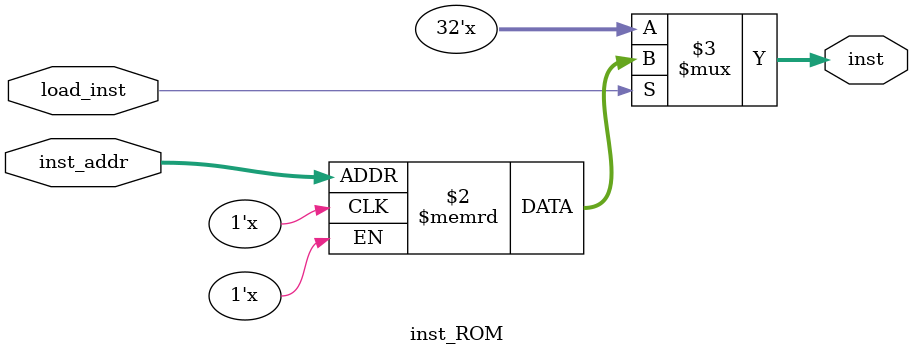
<source format=v>
module inst_ROM(input[31:0] inst_addr, input load_inst, output[31:0] inst);
    reg[31:0] ROM[127:0]; //declear the size of the instructin memory which is ready-only so it is a ROM
    assign inst=(load_inst==1'b1)?ROM[inst_addr]:32'hZZZZZZZZ; //if recieved the load instruction command, get the instructon indexed by the address from pc
endmodule
//Mar. 2. 2019, Y. Zhao, EECS2021, YorkU

</source>
